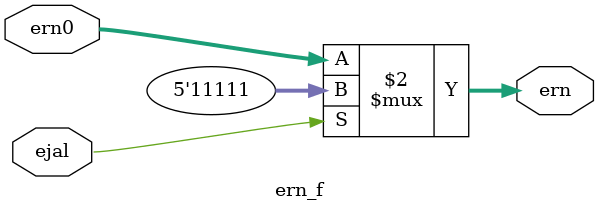
<source format=v>
`timescale 1ns / 1ps

module ern_f(
    input [4:0] ern0, 
    input ejal, 
    output [4:0] ern
    );

    parameter return_address_register = 5'd31;
    assign ern = (ejal == 1'b1) ? return_address_register : ern0;

endmodule
</source>
